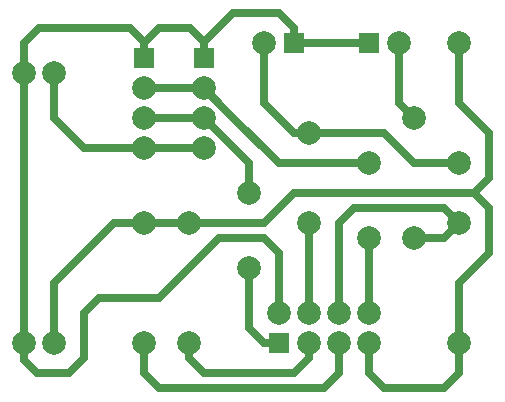
<source format=gbr>
G04 #@! TF.GenerationSoftware,KiCad,Pcbnew,(5.1.0-0)*
G04 #@! TF.CreationDate,2019-04-18T08:47:42-07:00*
G04 #@! TF.ProjectId,Nixie_WiFi,4e697869-655f-4576-9946-692e6b696361,rev?*
G04 #@! TF.SameCoordinates,PX6f6d640PY68353f0*
G04 #@! TF.FileFunction,Copper,L2,Bot*
G04 #@! TF.FilePolarity,Positive*
%FSLAX46Y46*%
G04 Gerber Fmt 4.6, Leading zero omitted, Abs format (unit mm)*
G04 Created by KiCad (PCBNEW (5.1.0-0)) date 2019-04-18 08:47:42*
%MOMM*%
%LPD*%
G04 APERTURE LIST*
%ADD10C,1.998980*%
%ADD11C,2.000000*%
%ADD12R,1.727200X1.727200*%
%ADD13R,1.700000X1.700000*%
%ADD14C,0.700000*%
G04 APERTURE END LIST*
D10*
X45720000Y14020000D03*
X45720000Y24180000D03*
X36830000Y22910000D03*
X41910000Y20370000D03*
X36830000Y15290000D03*
X41910000Y14020000D03*
X31750000Y11480000D03*
X31750000Y17830000D03*
D11*
X26670000Y5130000D03*
X26670000Y15290000D03*
X41910000Y7670000D03*
X41910000Y5130000D03*
X39370000Y7670000D03*
X39370000Y5130000D03*
X36830000Y7670000D03*
X36830000Y5130000D03*
X34290000Y7670000D03*
D12*
X34290000Y5130000D03*
D11*
X33020000Y30530000D03*
D13*
X35560000Y30530000D03*
D11*
X27940000Y21640000D03*
X27940000Y24180000D03*
X27940000Y26720000D03*
D13*
X27940000Y29260000D03*
D11*
X22860000Y21640000D03*
X22860000Y24180000D03*
X22860000Y26720000D03*
D13*
X22860000Y29260000D03*
D11*
X15240000Y27990000D03*
X12700000Y27990000D03*
X15240000Y5130000D03*
X12700000Y5130000D03*
X49530000Y15290000D03*
X49530000Y5130000D03*
X49530000Y20370000D03*
X49530000Y30530000D03*
X22860000Y5130000D03*
X22860000Y15290000D03*
X44450000Y30530000D03*
D13*
X41910000Y30530000D03*
D14*
X41910000Y7670000D02*
X41910000Y14020000D01*
X34290000Y20370000D02*
X41910000Y20370000D01*
X36830000Y7670000D02*
X36830000Y14020000D01*
X26750000Y31800000D02*
X27940000Y30610000D01*
X27940000Y30610000D02*
X27940000Y29260000D01*
X24130000Y31800000D02*
X26750000Y31800000D01*
X22940000Y30610000D02*
X24130000Y31800000D01*
X12700000Y27990000D02*
X12700000Y5130000D01*
X40640000Y16560000D02*
X48260000Y16560000D01*
X48260000Y16560000D02*
X49530000Y15290000D01*
X39370000Y15290000D02*
X40640000Y16560000D01*
X39370000Y7670000D02*
X39370000Y15290000D01*
X49530000Y15290000D02*
X48260000Y14020000D01*
X48260000Y14020000D02*
X45720000Y14020000D01*
X44450000Y29260000D02*
X44450000Y25450000D01*
X44450000Y25450000D02*
X45720000Y24180000D01*
X44450000Y29260000D02*
X44450000Y30530000D01*
X22860000Y2590000D02*
X22860000Y5130000D01*
X24130000Y1320000D02*
X22860000Y2590000D01*
X38100000Y1320000D02*
X24130000Y1320000D01*
X39370000Y2590000D02*
X38100000Y1320000D01*
X39370000Y5130000D02*
X39370000Y2590000D01*
X41910000Y5130000D02*
X41910000Y2590000D01*
X41910000Y2590000D02*
X43180000Y1320000D01*
X43180000Y1320000D02*
X48260000Y1320000D01*
X48260000Y1320000D02*
X49530000Y2590000D01*
X49530000Y2590000D02*
X49530000Y5130000D01*
X36830000Y3860000D02*
X36830000Y5130000D01*
X35560000Y2590000D02*
X36830000Y3860000D01*
X27940000Y2590000D02*
X35560000Y2590000D01*
X26670000Y3860000D02*
X27940000Y2590000D01*
X26670000Y5130000D02*
X26670000Y3860000D01*
X31750000Y20370000D02*
X31750000Y17830000D01*
X30480000Y21640000D02*
X31750000Y20370000D01*
X29910010Y24749990D02*
X34290000Y20370000D01*
X27940000Y26720000D02*
X29910010Y24749990D01*
X27940000Y24180000D02*
X30480000Y21640000D01*
X26670000Y26720000D02*
X27940000Y26720000D01*
X26670000Y24180000D02*
X27940000Y24180000D01*
X22860000Y26720000D02*
X27940000Y26720000D01*
X45720000Y20370000D02*
X49530000Y20370000D01*
X33020000Y25450000D02*
X34290000Y24180000D01*
X33020000Y30530000D02*
X33020000Y25450000D01*
X36830000Y14020000D02*
X36830000Y15290000D01*
X45720000Y20370000D02*
X44450000Y21640000D01*
X44450000Y21640000D02*
X43180000Y22910000D01*
X43180000Y22910000D02*
X36830000Y22910000D01*
X36830000Y22910000D02*
X35560000Y22910000D01*
X35560000Y22910000D02*
X34290000Y24180000D01*
X21670000Y31800000D02*
X22860000Y30610000D01*
X22860000Y30610000D02*
X22860000Y29260000D01*
X41910000Y30530000D02*
X35560000Y30530000D01*
X30400000Y33070000D02*
X27940000Y30610000D01*
X34290000Y33070000D02*
X30400000Y33070000D01*
X35560000Y31800000D02*
X34290000Y33070000D01*
X35560000Y30530000D02*
X35560000Y31800000D01*
X34290000Y12750000D02*
X34290000Y7670000D01*
X29210000Y14020000D02*
X33020000Y14020000D01*
X33020000Y14020000D02*
X34290000Y12750000D01*
X24130000Y8940000D02*
X29210000Y14020000D01*
X17780000Y7670000D02*
X19050000Y8940000D01*
X13825787Y2590000D02*
X16510000Y2590000D01*
X17780000Y3860000D02*
X17780000Y7670000D01*
X12700000Y5130000D02*
X12700000Y3715787D01*
X16510000Y2590000D02*
X17780000Y3860000D01*
X19050000Y8940000D02*
X24130000Y8940000D01*
X12700000Y3715787D02*
X13825787Y2590000D01*
X12700000Y27990000D02*
X12700000Y30530000D01*
X12700000Y30530000D02*
X13970000Y31800000D01*
X13970000Y31800000D02*
X21670000Y31800000D01*
X49530000Y10210000D02*
X49530000Y5130000D01*
X52070000Y12750000D02*
X49530000Y10210000D01*
X26670000Y15290000D02*
X33020000Y15290000D01*
X52070000Y16560000D02*
X52070000Y12750000D01*
X50800000Y17830000D02*
X52070000Y16560000D01*
X35560000Y17830000D02*
X50800000Y17830000D01*
X33020000Y15290000D02*
X35560000Y17830000D01*
X50800000Y17830000D02*
X52070000Y19100000D01*
X52070000Y19100000D02*
X52070000Y22910000D01*
X52070000Y22910000D02*
X49530000Y25450000D01*
X49530000Y25450000D02*
X49530000Y30530000D01*
X21590000Y15290000D02*
X26670000Y15290000D01*
X15240000Y5130000D02*
X15240000Y10210000D01*
X15240000Y10210000D02*
X20320000Y15290000D01*
X20320000Y15290000D02*
X21590000Y15290000D01*
X22860000Y24180000D02*
X27940000Y24180000D01*
X34290000Y5130000D02*
X33020000Y5130000D01*
X33020000Y5130000D02*
X31750000Y6400000D01*
X31750000Y6400000D02*
X31750000Y11480000D01*
X22860000Y21640000D02*
X27940000Y21640000D01*
X15240000Y27990000D02*
X15240000Y24180000D01*
X15240000Y24180000D02*
X17780000Y21640000D01*
X17780000Y21640000D02*
X22860000Y21640000D01*
M02*

</source>
